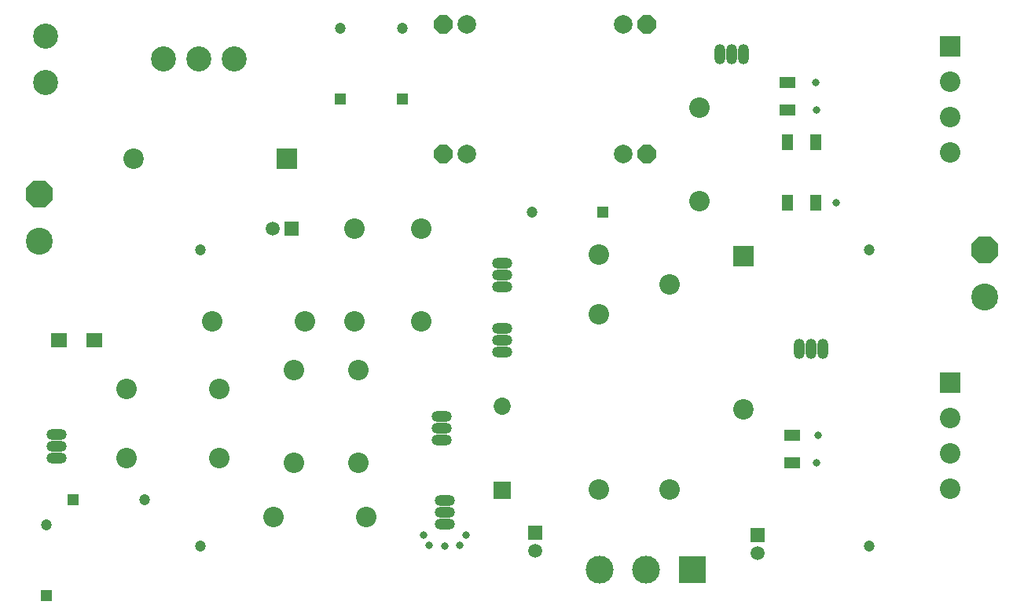
<source format=gts>
G04*
G04 #@! TF.GenerationSoftware,Altium Limited,Altium Designer,20.0.11 (256)*
G04*
G04 Layer_Color=8388736*
%FSLAX25Y25*%
%MOIN*%
G70*
G01*
G75*
%ADD18R,0.04737X0.07099*%
%ADD19R,0.07099X0.04737*%
%ADD20R,0.06890X0.05906*%
%ADD21O,0.04737X0.08674*%
%ADD22O,0.04737X0.08674*%
%ADD23O,0.08674X0.04737*%
%ADD24O,0.08674X0.04737*%
%ADD25C,0.08703*%
%ADD26R,0.07296X0.07296*%
%ADD27C,0.07296*%
%ADD28C,0.08661*%
%ADD29R,0.08661X0.08661*%
%ADD30R,0.08661X0.08661*%
%ADD31C,0.08674*%
%ADD32R,0.08674X0.08674*%
%ADD33C,0.10642*%
%ADD34P,0.12372X8X292.5*%
%ADD35C,0.11430*%
%ADD36R,0.11824X0.11824*%
%ADD37C,0.11824*%
%ADD38C,0.05918*%
%ADD39R,0.05918X0.05918*%
%ADD40C,0.04724*%
%ADD41R,0.04724X0.04724*%
%ADD42R,0.04724X0.04724*%
%ADD43P,0.08537X8X202.5*%
%ADD44C,0.07887*%
%ADD45R,0.05918X0.05918*%
%ADD46C,0.04737*%
%ADD47C,0.03162*%
D18*
X345472Y185324D02*
D03*
X333661D02*
D03*
X345472Y211010D02*
D03*
X333661D02*
D03*
D19*
X335630Y86614D02*
D03*
Y74803D02*
D03*
X333661Y236221D02*
D03*
Y224410D02*
D03*
D20*
X24606Y126969D02*
D03*
X39370D02*
D03*
D21*
X314961Y248031D02*
D03*
X309961D02*
D03*
X338425Y123031D02*
D03*
X343425D02*
D03*
D22*
X304961Y248031D02*
D03*
X348425Y123031D02*
D03*
D23*
X212598Y131890D02*
D03*
Y159606D02*
D03*
X23622Y86772D02*
D03*
X187008Y94488D02*
D03*
X188189Y48937D02*
D03*
D24*
X212598Y126890D02*
D03*
Y121890D02*
D03*
Y149606D02*
D03*
Y154606D02*
D03*
X23622Y81772D02*
D03*
Y76772D02*
D03*
X187008Y84488D02*
D03*
Y89488D02*
D03*
X188189Y53937D02*
D03*
Y58937D02*
D03*
D25*
X253518Y63450D02*
D03*
Y137859D02*
D03*
Y163056D02*
D03*
X283518Y150458D02*
D03*
Y63450D02*
D03*
D26*
X212509Y63269D02*
D03*
D27*
Y98702D02*
D03*
D28*
X56118Y203740D02*
D03*
X314959Y97434D02*
D03*
D29*
X121063Y203740D02*
D03*
D30*
X314959Y162379D02*
D03*
D31*
X402499Y221617D02*
D03*
Y236696D02*
D03*
X402559Y206693D02*
D03*
X402619Y63816D02*
D03*
X402559Y93819D02*
D03*
Y78740D02*
D03*
X296260Y186024D02*
D03*
Y225394D02*
D03*
X151575Y74698D02*
D03*
Y114068D02*
D03*
X115354Y51968D02*
D03*
X154724D02*
D03*
X53150Y76772D02*
D03*
X92520D02*
D03*
X128937Y134843D02*
D03*
X89567D02*
D03*
X178150D02*
D03*
Y174213D02*
D03*
X124016Y74698D02*
D03*
Y114068D02*
D03*
X53150Y106299D02*
D03*
X92520D02*
D03*
X149694Y134993D02*
D03*
Y174363D02*
D03*
D32*
X402559Y251693D02*
D03*
X402619Y108816D02*
D03*
D33*
X68898Y246063D02*
D03*
X18898Y255906D02*
D03*
Y236221D02*
D03*
X83858Y246063D02*
D03*
X98819D02*
D03*
D34*
X417323Y165354D02*
D03*
X16043Y188976D02*
D03*
D35*
X417323Y145354D02*
D03*
X16043Y168976D02*
D03*
D36*
X293307Y29528D02*
D03*
D37*
X273622D02*
D03*
X253937D02*
D03*
D38*
X226378Y37402D02*
D03*
X320866Y36417D02*
D03*
X115157Y174213D02*
D03*
D39*
X226378Y45276D02*
D03*
X320866Y44291D02*
D03*
D40*
X225146Y181102D02*
D03*
X60681Y59055D02*
D03*
X19291Y48476D02*
D03*
X143701Y259106D02*
D03*
X170276D02*
D03*
D41*
X255169Y181102D02*
D03*
X30658Y59055D02*
D03*
D42*
X19291Y18453D02*
D03*
X143701Y229083D02*
D03*
X170276D02*
D03*
D43*
X273780Y260827D02*
D03*
X187362D02*
D03*
X273780Y205709D02*
D03*
X187362D02*
D03*
D44*
X263779Y260827D02*
D03*
X197362D02*
D03*
X263779Y205709D02*
D03*
X197362D02*
D03*
D45*
X123031Y174213D02*
D03*
D46*
X368110Y165354D02*
D03*
X84646D02*
D03*
X368110Y39370D02*
D03*
X84646D02*
D03*
D47*
X194633Y39865D02*
D03*
X188189Y39370D02*
D03*
X197343Y44193D02*
D03*
X181496Y39764D02*
D03*
X179035Y44094D02*
D03*
X345472Y236221D02*
D03*
X354047Y185324D02*
D03*
X345822Y224410D02*
D03*
X345918Y74803D02*
D03*
X346457Y86614D02*
D03*
M02*

</source>
